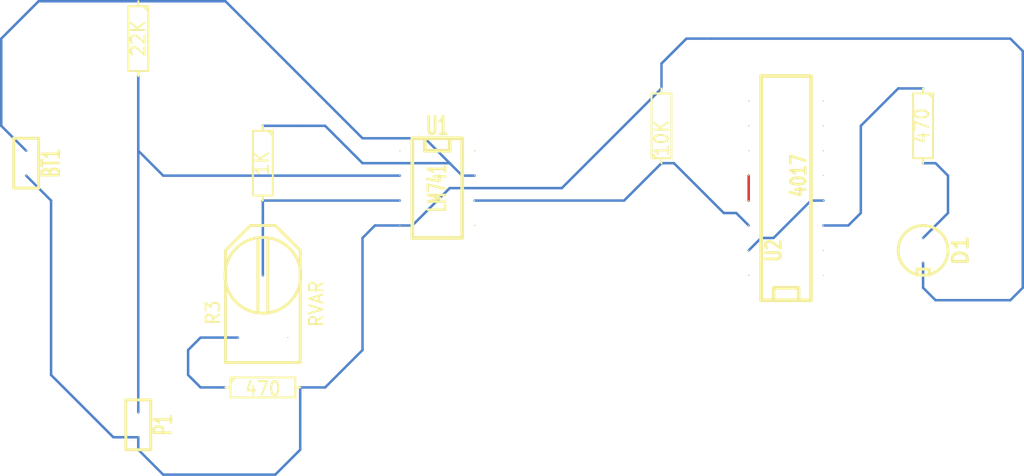
<source format=kicad_pcb>
(kicad_pcb (version 3) (host pcbnew "(2013-07-07 BZR 4022)-stable")

  (general
    (links 19)
    (no_connects 0)
    (area 130.683 86.6775 235.077001 136.017001)
    (thickness 1.6)
    (drawings 0)
    (tracks 75)
    (zones 0)
    (modules 11)
    (nets 11)
  )

  (page A3)
  (layers
    (15 F.Cu signal)
    (0 B.Cu signal)
    (16 B.Adhes user)
    (17 F.Adhes user)
    (18 B.Paste user)
    (19 F.Paste user)
    (20 B.SilkS user)
    (21 F.SilkS user)
    (22 B.Mask user)
    (23 F.Mask user)
    (24 Dwgs.User user)
    (25 Cmts.User user)
    (26 Eco1.User user)
    (27 Eco2.User user)
    (28 Edge.Cuts user)
  )

  (setup
    (last_trace_width 0.254)
    (trace_clearance 0.254)
    (zone_clearance 0.508)
    (zone_45_only no)
    (trace_min 0.254)
    (segment_width 0.2)
    (edge_width 0.1)
    (via_size 0.889)
    (via_drill 0.635)
    (via_min_size 0.889)
    (via_min_drill 0.508)
    (uvia_size 0.508)
    (uvia_drill 0.127)
    (uvias_allowed no)
    (uvia_min_size 0.508)
    (uvia_min_drill 0.127)
    (pcb_text_width 0.3)
    (pcb_text_size 1.5 1.5)
    (mod_edge_width 0.15)
    (mod_text_size 1 1)
    (mod_text_width 0.15)
    (pad_size 0.07 0.09)
    (pad_drill 0.04)
    (pad_to_mask_clearance 0)
    (aux_axis_origin 0 0)
    (visible_elements FFFFFFBF)
    (pcbplotparams
      (layerselection 3178497)
      (usegerberextensions true)
      (excludeedgelayer true)
      (linewidth 0.150000)
      (plotframeref false)
      (viasonmask false)
      (mode 1)
      (useauxorigin false)
      (hpglpennumber 1)
      (hpglpenspeed 20)
      (hpglpendiameter 15)
      (hpglpenoverlay 2)
      (psnegative false)
      (psa4output false)
      (plotreference true)
      (plotvalue true)
      (plotothertext true)
      (plotinvisibletext false)
      (padsonsilk false)
      (subtractmaskfromsilk false)
      (outputformat 1)
      (mirror false)
      (drillshape 0)
      (scaleselection 1)
      (outputdirectory ""))
  )

  (net 0 "")
  (net 1 N-000001)
  (net 2 N-0000010)
  (net 3 N-0000012)
  (net 4 N-0000013)
  (net 5 N-0000014)
  (net 6 N-000002)
  (net 7 N-000003)
  (net 8 N-000004)
  (net 9 N-000008)
  (net 10 N-000009)

  (net_class Default "This is the default net class."
    (clearance 0.254)
    (trace_width 0.254)
    (via_dia 0.889)
    (via_drill 0.635)
    (uvia_dia 0.508)
    (uvia_drill 0.127)
    (add_net "")
    (add_net N-000001)
    (add_net N-0000010)
    (add_net N-0000012)
    (add_net N-0000013)
    (add_net N-0000014)
    (add_net N-000002)
    (add_net N-000003)
    (add_net N-000004)
    (add_net N-000008)
    (add_net N-000009)
  )

  (module SIL-2 (layer F.Cu) (tedit 5A58C74F) (tstamp 5A58B9F1)
    (at 144.78 130.81 270)
    (descr "Connecteurs 2 pins")
    (tags "CONN DEV")
    (path /5A577069)
    (fp_text reference P1 (at 0 -2.54 270) (layer F.SilkS)
      (effects (font (size 1.72974 1.08712) (thickness 0.3048)))
    )
    (fp_text value CONN_2 (at 0 -2.54 270) (layer F.SilkS) hide
      (effects (font (size 1.524 1.016) (thickness 0.3048)))
    )
    (fp_line (start -2.54 1.27) (end -2.54 -1.27) (layer F.SilkS) (width 0.3048))
    (fp_line (start -2.54 -1.27) (end 2.54 -1.27) (layer F.SilkS) (width 0.3048))
    (fp_line (start 2.54 -1.27) (end 2.54 1.27) (layer F.SilkS) (width 0.3048))
    (fp_line (start 2.54 1.27) (end -2.54 1.27) (layer F.SilkS) (width 0.3048))
    (pad 1 thru_hole rect (at -1.27 0 270) (size 0.08 0.08) (drill 0.04)
      (layers *.Cu *.Mask F.SilkS)
      (net 9 N-000008)
    )
    (pad 2 thru_hole circle (at 1.27 0 270) (size 0.09 0.09) (drill 0.04)
      (layers *.Cu *.Mask F.SilkS)
      (net 6 N-000002)
    )
  )

  (module SIL-2 (layer F.Cu) (tedit 5A58C748) (tstamp 5A58C46A)
    (at 133.35 104.14 270)
    (descr "Connecteurs 2 pins")
    (tags "CONN DEV")
    (path /5A577091)
    (fp_text reference BT1 (at 0 -2.54 270) (layer F.SilkS)
      (effects (font (size 1.72974 1.08712) (thickness 0.3048)))
    )
    (fp_text value BATTERY (at 0 -2.54 270) (layer F.SilkS) hide
      (effects (font (size 1.524 1.016) (thickness 0.3048)))
    )
    (fp_line (start -2.54 1.27) (end -2.54 -1.27) (layer F.SilkS) (width 0.3048))
    (fp_line (start -2.54 -1.27) (end 2.54 -1.27) (layer F.SilkS) (width 0.3048))
    (fp_line (start 2.54 -1.27) (end 2.54 1.27) (layer F.SilkS) (width 0.3048))
    (fp_line (start 2.54 1.27) (end -2.54 1.27) (layer F.SilkS) (width 0.3048))
    (pad 1 thru_hole rect (at -1.27 0 270) (size 0.08 0.08) (drill 0.04)
      (layers *.Cu *.Mask F.SilkS)
      (net 4 N-0000013)
    )
    (pad 2 thru_hole circle (at 1.27 0 270) (size 0.09 0.09) (drill 0.04)
      (layers *.Cu *.Mask F.SilkS)
      (net 6 N-000002)
    )
  )

  (module RV2X4 (layer F.Cu) (tedit 5A58C57D) (tstamp 5A58BD56)
    (at 157.48 116.84 90)
    (descr "Resistance variable / Potentiometre")
    (tags R)
    (path /5A576FFE)
    (fp_text reference R3 (at -2.54 -5.08 90) (layer F.SilkS)
      (effects (font (size 1.397 1.27) (thickness 0.2032)))
    )
    (fp_text value RVAR (at -1.651 5.461 90) (layer F.SilkS)
      (effects (font (size 1.397 1.27) (thickness 0.2032)))
    )
    (fp_line (start -7.62 -3.81) (end 3.81 -3.81) (layer F.SilkS) (width 0.3048))
    (fp_line (start 3.81 -3.81) (end 6.35 -1.27) (layer F.SilkS) (width 0.3048))
    (fp_line (start 6.35 -1.27) (end 6.35 1.27) (layer F.SilkS) (width 0.3048))
    (fp_line (start 6.35 1.27) (end 3.81 3.81) (layer F.SilkS) (width 0.3048))
    (fp_line (start 3.81 3.81) (end -7.62 3.81) (layer F.SilkS) (width 0.3048))
    (fp_line (start -7.62 3.81) (end -7.62 -3.81) (layer F.SilkS) (width 0.3048))
    (fp_line (start 0.762 -3.81) (end 1.905 -3.81) (layer F.SilkS) (width 0.3048))
    (fp_line (start 1.651 3.81) (end 0.762 3.81) (layer F.SilkS) (width 0.3048))
    (fp_line (start -2.54 -0.508) (end 4.953 -0.508) (layer F.SilkS) (width 0.3048))
    (fp_line (start -2.54 0.508) (end 4.953 0.508) (layer F.SilkS) (width 0.3048))
    (fp_circle (center 1.27 0) (end -2.54 -0.635) (layer F.SilkS) (width 0.3048))
    (pad 1 thru_hole circle (at 1.27 0 90) (size 0.09 0.09) (drill 0.04)
      (layers *.Cu *.Mask F.SilkS)
      (net 8 N-000004)
    )
    (pad 2 thru_hole circle (at -5.08 -2.54 90) (size 0.09 0.09) (drill 0.04)
      (layers *.Cu *.Mask F.SilkS)
      (net 1 N-000001)
    )
    (pad 3 thru_hole circle (at -5.08 2.54 90) (size 0.09 0.09) (drill 0.04)
      (layers *.Cu *.Mask F.SilkS)
    )
    (model discret/adjustable_rx2v4.wrl
      (at (xyz 0 0 0))
      (scale (xyz 1 1 1))
      (rotate (xyz 0 0 0))
    )
  )

  (module R3 (layer F.Cu) (tedit 5A58C555) (tstamp 5A58BA1B)
    (at 144.78 91.44 270)
    (descr "Resitance 3 pas")
    (tags R)
    (path /5A576FB7)
    (autoplace_cost180 10)
    (fp_text reference R1 (at 0 0.127 270) (layer F.SilkS) hide
      (effects (font (size 1.397 1.27) (thickness 0.2032)))
    )
    (fp_text value 22K (at 0 0 270) (layer F.SilkS)
      (effects (font (size 1.397 1.27) (thickness 0.2032)))
    )
    (fp_line (start -3.81 0) (end -3.302 0) (layer F.SilkS) (width 0.2032))
    (fp_line (start 3.81 0) (end 3.302 0) (layer F.SilkS) (width 0.2032))
    (fp_line (start 3.302 0) (end 3.302 -1.016) (layer F.SilkS) (width 0.2032))
    (fp_line (start 3.302 -1.016) (end -3.302 -1.016) (layer F.SilkS) (width 0.2032))
    (fp_line (start -3.302 -1.016) (end -3.302 1.016) (layer F.SilkS) (width 0.2032))
    (fp_line (start -3.302 1.016) (end 3.302 1.016) (layer F.SilkS) (width 0.2032))
    (fp_line (start 3.302 1.016) (end 3.302 0) (layer F.SilkS) (width 0.2032))
    (fp_line (start -3.302 -0.508) (end -2.794 -1.016) (layer F.SilkS) (width 0.2032))
    (pad 1 thru_hole circle (at -3.81 0 270) (size 0.09 0.09) (drill 0.04)
      (layers *.Cu *.Mask F.SilkS)
      (net 4 N-0000013)
    )
    (pad 2 thru_hole circle (at 3.81 0 270) (size 0.09 0.09) (drill 0.04)
      (layers *.Cu *.Mask F.SilkS)
      (net 9 N-000008)
    )
    (model discret/resistor.wrl
      (at (xyz 0 0 0))
      (scale (xyz 0.3 0.3 0.3))
      (rotate (xyz 0 0 0))
    )
  )

  (module R3 (layer F.Cu) (tedit 5A58C589) (tstamp 5A58BDCA)
    (at 157.48 104.14 270)
    (descr "Resitance 3 pas")
    (tags R)
    (path /5A576FC6)
    (autoplace_cost180 10)
    (fp_text reference R2 (at 0 0.127 270) (layer F.SilkS) hide
      (effects (font (size 1.397 1.27) (thickness 0.2032)))
    )
    (fp_text value 1K (at 0 0.127 270) (layer F.SilkS)
      (effects (font (size 1.397 1.27) (thickness 0.2032)))
    )
    (fp_line (start -3.81 0) (end -3.302 0) (layer F.SilkS) (width 0.2032))
    (fp_line (start 3.81 0) (end 3.302 0) (layer F.SilkS) (width 0.2032))
    (fp_line (start 3.302 0) (end 3.302 -1.016) (layer F.SilkS) (width 0.2032))
    (fp_line (start 3.302 -1.016) (end -3.302 -1.016) (layer F.SilkS) (width 0.2032))
    (fp_line (start -3.302 -1.016) (end -3.302 1.016) (layer F.SilkS) (width 0.2032))
    (fp_line (start -3.302 1.016) (end 3.302 1.016) (layer F.SilkS) (width 0.2032))
    (fp_line (start 3.302 1.016) (end 3.302 0) (layer F.SilkS) (width 0.2032))
    (fp_line (start -3.302 -0.508) (end -2.794 -1.016) (layer F.SilkS) (width 0.2032))
    (pad 1 thru_hole circle (at -3.81 0 270) (size 0.09 0.09) (drill 0.04)
      (layers *.Cu *.Mask F.SilkS)
      (net 4 N-0000013)
    )
    (pad 2 thru_hole circle (at 3.81 0 270) (size 0.09 0.09) (drill 0.04)
      (layers *.Cu *.Mask F.SilkS)
      (net 8 N-000004)
    )
    (model discret/resistor.wrl
      (at (xyz 0 0 0))
      (scale (xyz 0.3 0.3 0.3))
      (rotate (xyz 0 0 0))
    )
  )

  (module R3 (layer F.Cu) (tedit 5A58C56C) (tstamp 5A58BA37)
    (at 157.48 127)
    (descr "Resitance 3 pas")
    (tags R)
    (path /5A576FD8)
    (autoplace_cost180 10)
    (fp_text reference R4 (at 0 0.127) (layer F.SilkS) hide
      (effects (font (size 1.397 1.27) (thickness 0.2032)))
    )
    (fp_text value 470 (at 0 0.127) (layer F.SilkS)
      (effects (font (size 1.397 1.27) (thickness 0.2032)))
    )
    (fp_line (start -3.81 0) (end -3.302 0) (layer F.SilkS) (width 0.2032))
    (fp_line (start 3.81 0) (end 3.302 0) (layer F.SilkS) (width 0.2032))
    (fp_line (start 3.302 0) (end 3.302 -1.016) (layer F.SilkS) (width 0.2032))
    (fp_line (start 3.302 -1.016) (end -3.302 -1.016) (layer F.SilkS) (width 0.2032))
    (fp_line (start -3.302 -1.016) (end -3.302 1.016) (layer F.SilkS) (width 0.2032))
    (fp_line (start -3.302 1.016) (end 3.302 1.016) (layer F.SilkS) (width 0.2032))
    (fp_line (start 3.302 1.016) (end 3.302 0) (layer F.SilkS) (width 0.2032))
    (fp_line (start -3.302 -0.508) (end -2.794 -1.016) (layer F.SilkS) (width 0.2032))
    (pad 1 thru_hole circle (at -3.81 0) (size 0.09 0.09) (drill 0.04)
      (layers *.Cu *.Mask F.SilkS)
      (net 1 N-000001)
    )
    (pad 2 thru_hole circle (at 3.81 0) (size 0.09 0.09) (drill 0.04)
      (layers *.Cu *.Mask F.SilkS)
      (net 6 N-000002)
    )
    (model discret/resistor.wrl
      (at (xyz 0 0 0))
      (scale (xyz 0.3 0.3 0.3))
      (rotate (xyz 0 0 0))
    )
  )

  (module R3 (layer F.Cu) (tedit 5A58C59C) (tstamp 5A58C3D4)
    (at 198.12 100.33 90)
    (descr "Resitance 3 pas")
    (tags R)
    (path /5A576FEF)
    (autoplace_cost180 10)
    (fp_text reference R5 (at 0 0.127 90) (layer F.SilkS) hide
      (effects (font (size 1.397 1.27) (thickness 0.2032)))
    )
    (fp_text value 10K (at -1.27 0 90) (layer F.SilkS)
      (effects (font (size 1.397 1.27) (thickness 0.2032)))
    )
    (fp_line (start -3.81 0) (end -3.302 0) (layer F.SilkS) (width 0.2032))
    (fp_line (start 3.81 0) (end 3.302 0) (layer F.SilkS) (width 0.2032))
    (fp_line (start 3.302 0) (end 3.302 -1.016) (layer F.SilkS) (width 0.2032))
    (fp_line (start 3.302 -1.016) (end -3.302 -1.016) (layer F.SilkS) (width 0.2032))
    (fp_line (start -3.302 -1.016) (end -3.302 1.016) (layer F.SilkS) (width 0.2032))
    (fp_line (start -3.302 1.016) (end 3.302 1.016) (layer F.SilkS) (width 0.2032))
    (fp_line (start 3.302 1.016) (end 3.302 0) (layer F.SilkS) (width 0.2032))
    (fp_line (start -3.302 -0.508) (end -2.794 -1.016) (layer F.SilkS) (width 0.2032))
    (pad 1 thru_hole circle (at -3.81 0 90) (size 0.09 0.09) (drill 0.04)
      (layers *.Cu *.Mask F.SilkS)
      (net 5 N-0000014)
    )
    (pad 2 thru_hole circle (at 3.81 0 90) (size 0.09 0.09) (drill 0.04)
      (layers *.Cu *.Mask F.SilkS)
      (net 6 N-000002)
    )
    (model discret/resistor.wrl
      (at (xyz 0 0 0))
      (scale (xyz 0.3 0.3 0.3))
      (rotate (xyz 0 0 0))
    )
  )

  (module R3 (layer F.Cu) (tedit 5A58C5AA) (tstamp 5A58BA53)
    (at 224.79 100.33 270)
    (descr "Resitance 3 pas")
    (tags R)
    (path /5A57700B)
    (autoplace_cost180 10)
    (fp_text reference R6 (at 0 0.127 270) (layer F.SilkS) hide
      (effects (font (size 1.397 1.27) (thickness 0.2032)))
    )
    (fp_text value 470 (at 0 0.127 270) (layer F.SilkS)
      (effects (font (size 1.397 1.27) (thickness 0.2032)))
    )
    (fp_line (start -3.81 0) (end -3.302 0) (layer F.SilkS) (width 0.2032))
    (fp_line (start 3.81 0) (end 3.302 0) (layer F.SilkS) (width 0.2032))
    (fp_line (start 3.302 0) (end 3.302 -1.016) (layer F.SilkS) (width 0.2032))
    (fp_line (start 3.302 -1.016) (end -3.302 -1.016) (layer F.SilkS) (width 0.2032))
    (fp_line (start -3.302 -1.016) (end -3.302 1.016) (layer F.SilkS) (width 0.2032))
    (fp_line (start -3.302 1.016) (end 3.302 1.016) (layer F.SilkS) (width 0.2032))
    (fp_line (start 3.302 1.016) (end 3.302 0) (layer F.SilkS) (width 0.2032))
    (fp_line (start -3.302 -0.508) (end -2.794 -1.016) (layer F.SilkS) (width 0.2032))
    (pad 1 thru_hole circle (at -3.81 0 270) (size 0.09 0.09) (drill 0.04)
      (layers *.Cu *.Mask F.SilkS)
      (net 10 N-000009)
    )
    (pad 2 thru_hole circle (at 3.81 0 270) (size 0.09 0.09) (drill 0.04)
      (layers *.Cu *.Mask F.SilkS)
      (net 7 N-000003)
    )
    (model discret/resistor.wrl
      (at (xyz 0 0 0))
      (scale (xyz 0.3 0.3 0.3))
      (rotate (xyz 0 0 0))
    )
  )

  (module LEDV (layer F.Cu) (tedit 5A58C761) (tstamp 5A58BA5D)
    (at 224.79 113.03 270)
    (descr "Led verticale diam 6mm")
    (tags "LED DEV")
    (path /5A5770D2)
    (fp_text reference D1 (at 0 -3.81 270) (layer F.SilkS)
      (effects (font (size 1.524 1.524) (thickness 0.3048)))
    )
    (fp_text value LED (at 0 -3.81 270) (layer F.SilkS) hide
      (effects (font (size 1.524 1.524) (thickness 0.3048)))
    )
    (fp_circle (center 0 0) (end -2.54 0) (layer F.SilkS) (width 0.3048))
    (fp_line (start 2.54 -0.635) (end 1.905 -0.635) (layer F.SilkS) (width 0.3048))
    (fp_line (start 1.905 -0.635) (end 1.905 0.635) (layer F.SilkS) (width 0.3048))
    (fp_line (start 1.905 0.635) (end 2.54 0.635) (layer F.SilkS) (width 0.3048))
    (pad 1 thru_hole rect (at -1.27 0 270) (size 0.08 0.08) (drill 0.04)
      (layers *.Cu *.Mask F.SilkS)
      (net 7 N-000003)
    )
    (pad 2 thru_hole circle (at 1.27 0 270) (size 0.09 0.09) (drill 0.04)
      (layers *.Cu *.Mask F.SilkS)
      (net 6 N-000002)
    )
    (model discret/led5_vertical.wrl
      (at (xyz 0 0 0))
      (scale (xyz 1 1 1))
      (rotate (xyz 0 0 0))
    )
  )

  (module DIP-8__300_ELL (layer F.Cu) (tedit 5A58C789) (tstamp 5A58C90C)
    (at 175.26 106.68 270)
    (descr "8 pins DIL package, elliptical pads")
    (tags DIL)
    (path /5A577028)
    (fp_text reference U1 (at -6.35 0 360) (layer F.SilkS)
      (effects (font (size 1.778 1.143) (thickness 0.3048)))
    )
    (fp_text value LM741 (at 0 0 270) (layer F.SilkS)
      (effects (font (size 1.778 1.016) (thickness 0.3048)))
    )
    (fp_line (start -5.08 -1.27) (end -3.81 -1.27) (layer F.SilkS) (width 0.381))
    (fp_line (start -3.81 -1.27) (end -3.81 1.27) (layer F.SilkS) (width 0.381))
    (fp_line (start -3.81 1.27) (end -5.08 1.27) (layer F.SilkS) (width 0.381))
    (fp_line (start -5.08 -2.54) (end 5.08 -2.54) (layer F.SilkS) (width 0.381))
    (fp_line (start 5.08 -2.54) (end 5.08 2.54) (layer F.SilkS) (width 0.381))
    (fp_line (start 5.08 2.54) (end -5.08 2.54) (layer F.SilkS) (width 0.381))
    (fp_line (start -5.08 2.54) (end -5.08 -2.54) (layer F.SilkS) (width 0.381))
    (pad 1 thru_hole rect (at -3.81 3.81 270) (size 0.07 0.09) (drill 0.04)
      (layers *.Cu *.Mask F.SilkS)
    )
    (pad 2 thru_hole oval (at -1.27 3.81 270) (size 0.08 0.13) (drill 0.04)
      (layers *.Cu *.Mask F.SilkS)
      (net 9 N-000008)
    )
    (pad 3 thru_hole oval (at 1.27 3.81 270) (size 0.08 0.13) (drill 0.04)
      (layers *.Cu *.Mask F.SilkS)
      (net 8 N-000004)
    )
    (pad 4 thru_hole oval (at 3.81 3.81 270) (size 0.08 0.13) (drill 0.04)
      (layers *.Cu *.Mask F.SilkS)
      (net 6 N-000002)
    )
    (pad 5 thru_hole oval (at 3.81 -3.81 270) (size 0.08 0.13) (drill 0.04)
      (layers *.Cu *.Mask F.SilkS)
    )
    (pad 6 thru_hole oval (at 1.27 -3.81 270) (size 0.08 0.13) (drill 0.04)
      (layers *.Cu *.Mask F.SilkS)
      (net 5 N-0000014)
    )
    (pad 7 thru_hole oval (at -1.27 -3.81 270) (size 0.08 0.13) (drill 0.04)
      (layers *.Cu *.Mask F.SilkS)
      (net 4 N-0000013)
    )
    (pad 8 thru_hole oval (at -3.81 -3.81 270) (size 0.08 0.13) (drill 0.04)
      (layers *.Cu *.Mask F.SilkS)
    )
    (model dil/dil_8.wrl
      (at (xyz 0 0 0))
      (scale (xyz 1 1 1))
      (rotate (xyz 0 0 0))
    )
  )

  (module DIP-16__300_ELL (layer F.Cu) (tedit 5A58C792) (tstamp 5A58BA8C)
    (at 210.82 106.68 90)
    (descr "16 pins DIL package, elliptical pads")
    (tags DIL)
    (path /5A577016)
    (fp_text reference U2 (at -6.35 -1.27 90) (layer F.SilkS)
      (effects (font (size 1.524 1.143) (thickness 0.3048)))
    )
    (fp_text value 4017 (at 1.27 1.27 90) (layer F.SilkS)
      (effects (font (size 1.524 1.143) (thickness 0.3048)))
    )
    (fp_line (start -11.43 -1.27) (end -11.43 -1.27) (layer F.SilkS) (width 0.381))
    (fp_line (start -11.43 -1.27) (end -10.16 -1.27) (layer F.SilkS) (width 0.381))
    (fp_line (start -10.16 -1.27) (end -10.16 1.27) (layer F.SilkS) (width 0.381))
    (fp_line (start -10.16 1.27) (end -11.43 1.27) (layer F.SilkS) (width 0.381))
    (fp_line (start -11.43 -2.54) (end 11.43 -2.54) (layer F.SilkS) (width 0.381))
    (fp_line (start 11.43 -2.54) (end 11.43 2.54) (layer F.SilkS) (width 0.381))
    (fp_line (start 11.43 2.54) (end -11.43 2.54) (layer F.SilkS) (width 0.381))
    (fp_line (start -11.43 2.54) (end -11.43 -2.54) (layer F.SilkS) (width 0.381))
    (pad 1 thru_hole rect (at -8.89 3.81 90) (size 0.07 0.09) (drill 0.04)
      (layers *.Cu *.Mask F.SilkS)
    )
    (pad 2 thru_hole oval (at -6.35 3.81 90) (size 0.08 0.13) (drill 0.04)
      (layers *.Cu *.Mask F.SilkS)
    )
    (pad 3 thru_hole oval (at -3.81 3.81 90) (size 0.08 0.13) (drill 0.04)
      (layers *.Cu *.Mask F.SilkS)
      (net 10 N-000009)
    )
    (pad 4 thru_hole oval (at -1.27 3.81 90) (size 0.08 0.13) (drill 0.04)
      (layers *.Cu *.Mask F.SilkS)
      (net 2 N-0000010)
    )
    (pad 5 thru_hole oval (at 1.27 3.81 90) (size 0.08 0.13) (drill 0.04)
      (layers *.Cu *.Mask F.SilkS)
    )
    (pad 6 thru_hole oval (at 3.81 3.81 90) (size 0.08 0.13) (drill 0.04)
      (layers *.Cu *.Mask F.SilkS)
    )
    (pad 7 thru_hole oval (at 6.35 3.81 90) (size 0.08 0.13) (drill 0.04)
      (layers *.Cu *.Mask F.SilkS)
    )
    (pad 8 thru_hole oval (at 8.89 3.81 90) (size 0.08 0.13) (drill 0.04)
      (layers *.Cu *.Mask F.SilkS)
    )
    (pad 9 thru_hole oval (at 8.89 -3.81 90) (size 0.08 0.13) (drill 0.04)
      (layers *.Cu *.Mask F.SilkS)
    )
    (pad 10 thru_hole oval (at 6.35 -3.81 90) (size 0.08 0.13) (drill 0.04)
      (layers *.Cu *.Mask F.SilkS)
    )
    (pad 11 thru_hole oval (at 3.81 -3.81 90) (size 0.08 0.13) (drill 0.04)
      (layers *.Cu *.Mask F.SilkS)
    )
    (pad 12 thru_hole oval (at 1.27 -3.81 90) (size 0.08 0.13) (drill 0.04)
      (layers *.Cu *.Mask F.SilkS)
      (net 3 N-0000012)
    )
    (pad 13 thru_hole oval (at -1.27 -3.81 90) (size 0.08 0.13) (drill 0.04)
      (layers *.Cu *.Mask F.SilkS)
      (net 3 N-0000012)
    )
    (pad 14 thru_hole oval (at -3.81 -3.81 90) (size 0.08 0.13) (drill 0.04)
      (layers *.Cu *.Mask F.SilkS)
      (net 5 N-0000014)
    )
    (pad 15 thru_hole oval (at -6.35 -3.81 90) (size 0.08 0.13) (drill 0.04)
      (layers *.Cu *.Mask F.SilkS)
      (net 2 N-0000010)
    )
    (pad 16 thru_hole oval (at -8.89 -3.81 90) (size 0.08 0.13) (drill 0.04)
      (layers *.Cu *.Mask F.SilkS)
    )
    (model dil/dil_16.wrl
      (at (xyz 0 0 0))
      (scale (xyz 1 1 1))
      (rotate (xyz 0 0 0))
    )
  )

  (segment (start 153.67 127) (end 151.13 127) (width 0.254) (layer B.Cu) (net 1))
  (segment (start 151.13 121.92) (end 154.94 121.92) (width 0.254) (layer B.Cu) (net 1) (tstamp 5A58BF2E))
  (segment (start 149.86 123.19) (end 151.13 121.92) (width 0.254) (layer B.Cu) (net 1) (tstamp 5A58BF2A))
  (segment (start 149.86 125.73) (end 149.86 123.19) (width 0.254) (layer B.Cu) (net 1) (tstamp 5A58BF28))
  (segment (start 151.13 127) (end 149.86 125.73) (width 0.254) (layer B.Cu) (net 1) (tstamp 5A58BF25))
  (segment (start 207.01 113.03) (end 208.28 111.76) (width 0.254) (layer B.Cu) (net 2) (status 80000))
  (segment (start 208.28 111.76) (end 209.55 111.76) (width 0.254) (layer B.Cu) (net 2) (status 80000))
  (segment (start 209.55 111.76) (end 213.36 107.95) (width 0.254) (layer B.Cu) (net 2) (status 80000))
  (segment (start 213.36 107.95) (end 214.63 107.95) (width 0.254) (layer B.Cu) (net 2) (status 80000))
  (segment (start 207.01 107.95) (end 207.01 105.41) (width 0.254) (layer F.Cu) (net 3) (status 80000))
  (segment (start 157.48 100.33) (end 161.29 100.33) (width 0.254) (layer B.Cu) (net 4))
  (segment (start 167.64 104.14) (end 176.53 104.14) (width 0.254) (layer B.Cu) (net 4) (tstamp 5A58C285))
  (segment (start 163.83 100.33) (end 167.64 104.14) (width 0.254) (layer B.Cu) (net 4) (tstamp 5A58C1DF))
  (segment (start 161.29 100.33) (end 163.83 100.33) (width 0.254) (layer B.Cu) (net 4) (tstamp 5A58C1DA))
  (segment (start 133.35 102.87) (end 130.81 100.33) (width 0.254) (layer B.Cu) (net 4))
  (segment (start 134.62 87.63) (end 144.78 87.63) (width 0.254) (layer B.Cu) (net 4) (tstamp 5A58BE45))
  (segment (start 130.81 91.44) (end 134.62 87.63) (width 0.254) (layer B.Cu) (net 4) (tstamp 5A58BE42))
  (segment (start 130.81 100.33) (end 130.81 91.44) (width 0.254) (layer B.Cu) (net 4) (tstamp 5A58BE3E))
  (segment (start 153.67 87.63) (end 167.64 101.6) (width 0.254) (layer B.Cu) (net 4) (status 80000))
  (segment (start 167.64 101.6) (end 173.99 101.6) (width 0.254) (layer B.Cu) (net 4) (status 80000))
  (segment (start 173.99 101.6) (end 176.53 104.14) (width 0.254) (layer B.Cu) (net 4) (status 80000))
  (segment (start 176.53 104.14) (end 177.8 105.41) (width 0.254) (layer B.Cu) (net 4) (tstamp 5A58C2C1) (status 80000))
  (segment (start 177.8 105.41) (end 179.07 105.41) (width 0.254) (layer B.Cu) (net 4) (status 80000))
  (segment (start 144.78 87.63) (end 153.67 87.63) (width 0.254) (layer B.Cu) (net 4) (status 80000))
  (segment (start 207.01 110.49) (end 205.74 109.22) (width 0.254) (layer B.Cu) (net 5) (status 80000))
  (segment (start 205.74 109.22) (end 204.47 109.22) (width 0.254) (layer B.Cu) (net 5) (status 80000))
  (segment (start 204.47 109.22) (end 199.39 104.14) (width 0.254) (layer B.Cu) (net 5) (status 80000))
  (segment (start 199.39 104.14) (end 198.12 104.14) (width 0.254) (layer B.Cu) (net 5) (status 80000))
  (segment (start 198.12 104.14) (end 194.31 107.95) (width 0.254) (layer B.Cu) (net 5) (status 80000))
  (segment (start 194.31 107.95) (end 179.07 107.95) (width 0.254) (layer B.Cu) (net 5) (status 80000))
  (segment (start 144.78 132.08) (end 142.24 132.08) (width 0.254) (layer B.Cu) (net 6))
  (segment (start 135.89 107.95) (end 133.35 105.41) (width 0.254) (layer B.Cu) (net 6) (tstamp 5A58C1A5))
  (segment (start 135.89 125.73) (end 135.89 107.95) (width 0.254) (layer B.Cu) (net 6) (tstamp 5A58C1A0))
  (segment (start 142.24 132.08) (end 135.89 125.73) (width 0.254) (layer B.Cu) (net 6) (tstamp 5A58C19B))
  (segment (start 144.78 132.08) (end 144.78 133.35) (width 0.254) (layer B.Cu) (net 6))
  (segment (start 161.29 133.35) (end 161.29 127) (width 0.254) (layer B.Cu) (net 6) (tstamp 5A58C195))
  (segment (start 158.75 135.89) (end 161.29 133.35) (width 0.254) (layer B.Cu) (net 6) (tstamp 5A58C191))
  (segment (start 147.32 135.89) (end 158.75 135.89) (width 0.254) (layer B.Cu) (net 6) (tstamp 5A58C18D))
  (segment (start 144.78 133.35) (end 147.32 135.89) (width 0.254) (layer B.Cu) (net 6) (tstamp 5A58C189))
  (segment (start 161.29 127) (end 163.83 127) (width 0.254) (layer B.Cu) (net 6))
  (segment (start 168.91 110.49) (end 171.45 110.49) (width 0.254) (layer B.Cu) (net 6) (tstamp 5A58BE94))
  (segment (start 167.64 111.76) (end 168.91 110.49) (width 0.254) (layer B.Cu) (net 6) (tstamp 5A58BE8F))
  (segment (start 167.64 123.19) (end 167.64 111.76) (width 0.254) (layer B.Cu) (net 6) (tstamp 5A58BE8C))
  (segment (start 163.83 127) (end 167.64 123.19) (width 0.254) (layer B.Cu) (net 6) (tstamp 5A58BE89))
  (segment (start 224.79 114.3) (end 224.79 116.84) (width 0.254) (layer B.Cu) (net 6))
  (segment (start 198.12 93.98) (end 198.12 96.52) (width 0.254) (layer B.Cu) (net 6) (tstamp 5A58BDDA))
  (segment (start 200.66 91.44) (end 198.12 93.98) (width 0.254) (layer B.Cu) (net 6) (tstamp 5A58BDD9))
  (segment (start 203.2 91.44) (end 200.66 91.44) (width 0.254) (layer B.Cu) (net 6) (tstamp 5A58BDD8))
  (segment (start 233.68 91.44) (end 203.2 91.44) (width 0.254) (layer B.Cu) (net 6) (tstamp 5A58BDD7))
  (segment (start 234.95 92.71) (end 233.68 91.44) (width 0.254) (layer B.Cu) (net 6) (tstamp 5A58BDD6))
  (segment (start 234.95 95.25) (end 234.95 92.71) (width 0.254) (layer B.Cu) (net 6) (tstamp 5A58BDD4))
  (segment (start 234.95 116.84) (end 234.95 95.25) (width 0.254) (layer B.Cu) (net 6) (tstamp 5A58BDD3))
  (segment (start 233.68 118.11) (end 234.95 116.84) (width 0.254) (layer B.Cu) (net 6) (tstamp 5A58BDD2))
  (segment (start 226.06 118.11) (end 233.68 118.11) (width 0.254) (layer B.Cu) (net 6) (tstamp 5A58BDD0))
  (segment (start 224.79 116.84) (end 226.06 118.11) (width 0.254) (layer B.Cu) (net 6) (tstamp 5A58BDCE))
  (segment (start 198.12 96.52) (end 187.96 106.68) (width 0.254) (layer B.Cu) (net 6) (status 80000))
  (segment (start 187.96 106.68) (end 176.53 106.68) (width 0.254) (layer B.Cu) (net 6) (status 80000))
  (segment (start 176.53 106.68) (end 172.72 110.49) (width 0.254) (layer B.Cu) (net 6) (status 80000))
  (segment (start 172.72 110.49) (end 171.45 110.49) (width 0.254) (layer B.Cu) (net 6) (status 80000))
  (segment (start 224.79 104.14) (end 226.06 104.14) (width 0.254) (layer B.Cu) (net 7))
  (segment (start 227.33 109.22) (end 224.79 111.76) (width 0.254) (layer B.Cu) (net 7) (tstamp 5A58BDE6))
  (segment (start 227.33 105.41) (end 227.33 109.22) (width 0.254) (layer B.Cu) (net 7) (tstamp 5A58BDE4))
  (segment (start 226.06 104.14) (end 227.33 105.41) (width 0.254) (layer B.Cu) (net 7) (tstamp 5A58BDE2))
  (segment (start 157.48 107.95) (end 171.45 107.95) (width 0.254) (layer B.Cu) (net 8))
  (segment (start 157.48 115.57) (end 157.48 107.95) (width 0.254) (layer B.Cu) (net 8))
  (segment (start 171.45 105.41) (end 147.32 105.41) (width 0.254) (layer B.Cu) (net 9))
  (segment (start 147.32 105.41) (end 144.78 102.87) (width 0.254) (layer B.Cu) (net 9) (tstamp 5A58C399))
  (segment (start 144.78 95.25) (end 144.78 102.87) (width 0.254) (layer B.Cu) (net 9))
  (segment (start 144.78 102.87) (end 144.78 129.54) (width 0.254) (layer B.Cu) (net 9) (tstamp 5A58C3A1))
  (segment (start 144.78 102.87) (end 144.78 95.25) (width 0.254) (layer F.Cu) (net 9) (status 80000))
  (segment (start 218.44 100.33) (end 218.44 109.22) (width 0.254) (layer B.Cu) (net 10) (tstamp 5A58BC60))
  (segment (start 222.25 96.52) (end 218.44 100.33) (width 0.254) (layer B.Cu) (net 10) (tstamp 5A58BC5E))
  (segment (start 224.79 96.52) (end 222.25 96.52) (width 0.254) (layer B.Cu) (net 10))
  (segment (start 217.17 110.49) (end 214.63 110.49) (width 0.254) (layer B.Cu) (net 10) (tstamp 5A58BC64))
  (segment (start 218.44 109.22) (end 217.17 110.49) (width 0.254) (layer B.Cu) (net 10) (tstamp 5A58BC62))

)

</source>
